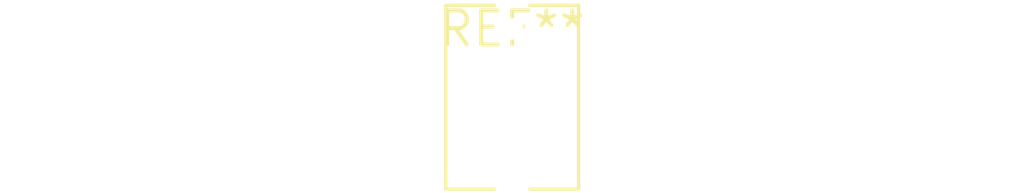
<source format=kicad_pcb>
(kicad_pcb (version 20240108) (generator pcbnew)
  (layers (0 "F.Cu" signal) (31 "B.Cu" signal) (34 "B.Paste" user) (35 "F.Paste" user) (36 "B.SilkS" user "B.Silkscreen") (37 "F.SilkS" user "F.Silkscreen") (38 "B.Mask" user) (39 "F.Mask" user) (44 "Edge.Cuts" user))
  (net 0 "")
  (footprint "Potentiometer_Vishay_T73XW_Horizontal" (layer "F.Cu") (at 0 0)
    (property "Reference" "REF**")
    (property "Value" "Potentiometer_Vishay_T73XW_Horizontal")
    (fp_line (start -2.47 -0.88) (end -2.47 5.96) (layer "F.SilkS") (stroke (width 0.12)))
    (fp_line (start -2.47 -0.88) (end -0.65 -0.88) (layer "F.SilkS") (stroke (width 0.12)))
    (fp_line (start -2.47 5.96) (end -0.65 5.96) (layer "F.SilkS") (stroke (width 0.12)))
    (fp_line (start 0.65 -0.88) (end 2.47 -0.88) (layer "F.SilkS") (stroke (width 0.12)))
    (fp_line (start 0.65 5.96) (end 2.47 5.96) (layer "F.SilkS") (stroke (width 0.12)))
    (fp_line (start 2.47 -0.88) (end 2.47 5.96) (layer "F.SilkS") (stroke (width 0.12)))
    (pad "1" thru_hole circle (at 0 0) (size 1.44 1.44) (drill 0.8) (layers *.Cu *.Mask) (remove_unused_layers))
    (pad "2" thru_hole circle (at 0 2.54) (size 1.44 1.44) (drill 0.8) (layers *.Cu *.Mask) (remove_unused_layers))
    (pad "3" thru_hole circle (at 0 5.08) (size 1.44 1.44) (drill 0.8) (layers *.Cu *.Mask) (remove_unused_layers))
  )
)
</source>
